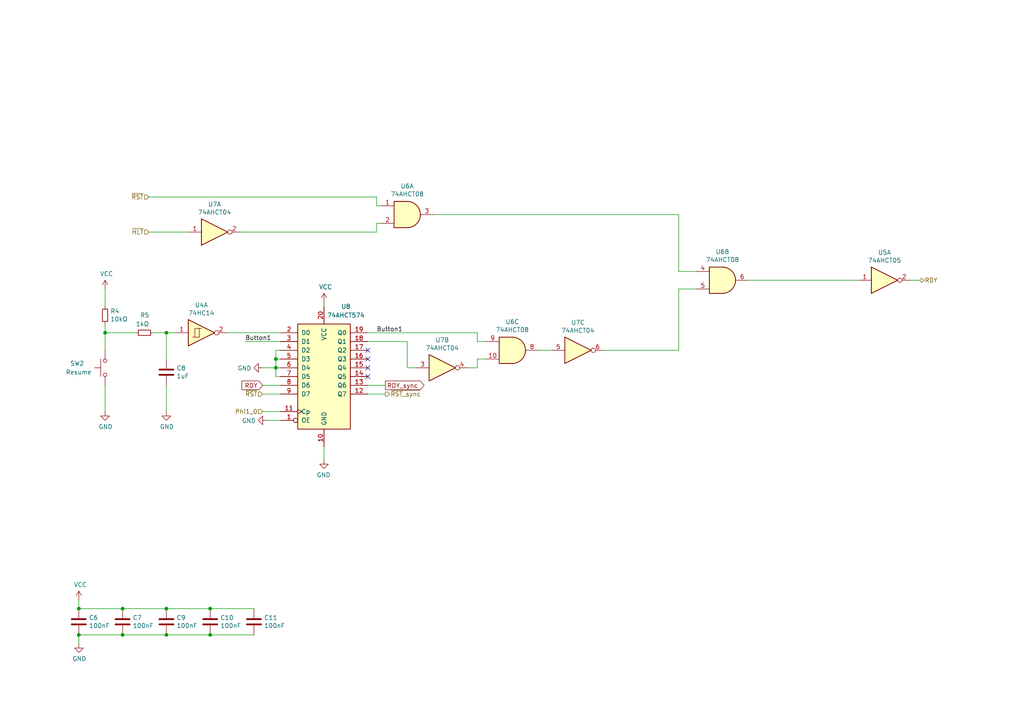
<source format=kicad_sch>
(kicad_sch (version 20211123) (generator eeschema)
  (paper "A4")
  (title_block (date "2021-06-22") (rev "B (cb021f9a)") (comment 3 "Resume execution when the button is pressed, and also on reset.") (comment 4 "Pulls the RDY shared line low when the HLT control signal is active."))
  (lib_symbols
    (symbol "74xx:74HC14" (pin_names (offset 1.016))
      (property "Reference" "U" (at 0 1.27 0))
      (property "Value" "74HC14" (at 0 -1.27 0))
      (symbol "74HC14_1_0"
        (polyline (pts (xy -3.81 3.81) (xy -3.81 -3.81) (xy 3.81 0) (xy -3.81 3.81)) (stroke (width 0.254)) (fill (type background)))
        (pin input line (at -7.62 0 0) (length 3.81) (name "~") (number "1"))
        (pin output inverted (at 7.62 0 180) (length 3.81) (name "~") (number "2"))
      )
      (symbol "74HC14_1_1"
        (polyline (pts (xy -1.905 -1.27) (xy -1.905 1.27) (xy -0.635 1.27)))
        (polyline (pts (xy -2.54 -1.27) (xy -0.635 -1.27) (xy -0.635 1.27) (xy 0 1.27)))
      )
      (symbol "74HC14_2_0"
        (polyline (pts (xy -3.81 3.81) (xy -3.81 -3.81) (xy 3.81 0) (xy -3.81 3.81)) (stroke (width 0.254)) (fill (type background)))
        (pin input line (at -7.62 0 0) (length 3.81) (name "~") (number "3"))
        (pin output inverted (at 7.62 0 180) (length 3.81) (name "~") (number "4"))
      )
      (symbol "74HC14_2_1"
        (polyline (pts (xy -1.905 -1.27) (xy -1.905 1.27) (xy -0.635 1.27)))
        (polyline (pts (xy -2.54 -1.27) (xy -0.635 -1.27) (xy -0.635 1.27) (xy 0 1.27)))
      )
      (symbol "74HC14_3_0"
        (polyline (pts (xy -3.81 3.81) (xy -3.81 -3.81) (xy 3.81 0) (xy -3.81 3.81)) (stroke (width 0.254)) (fill (type background)))
        (pin input line (at -7.62 0 0) (length 3.81) (name "~") (number "5"))
        (pin output inverted (at 7.62 0 180) (length 3.81) (name "~") (number "6"))
      )
      (symbol "74HC14_3_1"
        (polyline (pts (xy -1.905 -1.27) (xy -1.905 1.27) (xy -0.635 1.27)))
        (polyline (pts (xy -2.54 -1.27) (xy -0.635 -1.27) (xy -0.635 1.27) (xy 0 1.27)))
      )
      (symbol "74HC14_4_0"
        (polyline (pts (xy -3.81 3.81) (xy -3.81 -3.81) (xy 3.81 0) (xy -3.81 3.81)) (stroke (width 0.254)) (fill (type background)))
        (pin output inverted (at 7.62 0 180) (length 3.81) (name "~") (number "8"))
        (pin input line (at -7.62 0 0) (length 3.81) (name "~") (number "9"))
      )
      (symbol "74HC14_4_1"
        (polyline (pts (xy -1.905 -1.27) (xy -1.905 1.27) (xy -0.635 1.27)))
        (polyline (pts (xy -2.54 -1.27) (xy -0.635 -1.27) (xy -0.635 1.27) (xy 0 1.27)))
      )
      (symbol "74HC14_5_0"
        (polyline (pts (xy -3.81 3.81) (xy -3.81 -3.81) (xy 3.81 0) (xy -3.81 3.81)) (stroke (width 0.254)) (fill (type background)))
        (pin output inverted (at 7.62 0 180) (length 3.81) (name "~") (number "10"))
        (pin input line (at -7.62 0 0) (length 3.81) (name "~") (number "11"))
      )
      (symbol "74HC14_5_1"
        (polyline (pts (xy -1.905 -1.27) (xy -1.905 1.27) (xy -0.635 1.27)))
        (polyline (pts (xy -2.54 -1.27) (xy -0.635 -1.27) (xy -0.635 1.27) (xy 0 1.27)))
      )
      (symbol "74HC14_6_0"
        (polyline (pts (xy -3.81 3.81) (xy -3.81 -3.81) (xy 3.81 0) (xy -3.81 3.81)) (stroke (width 0.254)) (fill (type background)))
        (pin output inverted (at 7.62 0 180) (length 3.81) (name "~") (number "12"))
        (pin input line (at -7.62 0 0) (length 3.81) (name "~") (number "13"))
      )
      (symbol "74HC14_6_1"
        (polyline (pts (xy -1.905 -1.27) (xy -1.905 1.27) (xy -0.635 1.27)))
        (polyline (pts (xy -2.54 -1.27) (xy -0.635 -1.27) (xy -0.635 1.27) (xy 0 1.27)))
      )
      (symbol "74HC14_7_0"
        (pin power_in line (at 0 12.7 270) (length 5.08) (name "VCC") (number "14"))
        (pin power_in line (at 0 -12.7 90) (length 5.08) (name "GND") (number "7"))
      )
      (symbol "74HC14_7_1"
        (rectangle (start -5.08 7.62) (end 5.08 -7.62) (stroke (width 0.254)) (fill (type background)))
      )
    )
    (symbol "74xx:74LS04"
      (property "Reference" "U" (at 0 1.27 0))
      (property "Value" "74LS04" (at 0 -1.27 0))
      (symbol "74LS04_1_0"
        (polyline (pts (xy -3.81 3.81) (xy -3.81 -3.81) (xy 3.81 0) (xy -3.81 3.81)) (stroke (width 0.254)) (fill (type background)))
        (pin input line (at -7.62 0 0) (length 3.81) (name "~") (number "1"))
        (pin output inverted (at 7.62 0 180) (length 3.81) (name "~") (number "2"))
      )
      (symbol "74LS04_2_0"
        (polyline (pts (xy -3.81 3.81) (xy -3.81 -3.81) (xy 3.81 0) (xy -3.81 3.81)) (stroke (width 0.254)) (fill (type background)))
        (pin input line (at -7.62 0 0) (length 3.81) (name "~") (number "3"))
        (pin output inverted (at 7.62 0 180) (length 3.81) (name "~") (number "4"))
      )
      (symbol "74LS04_3_0"
        (polyline (pts (xy -3.81 3.81) (xy -3.81 -3.81) (xy 3.81 0) (xy -3.81 3.81)) (stroke (width 0.254)) (fill (type background)))
        (pin input line (at -7.62 0 0) (length 3.81) (name "~") (number "5"))
        (pin output inverted (at 7.62 0 180) (length 3.81) (name "~") (number "6"))
      )
      (symbol "74LS04_4_0"
        (polyline (pts (xy -3.81 3.81) (xy -3.81 -3.81) (xy 3.81 0) (xy -3.81 3.81)) (stroke (width 0.254)) (fill (type background)))
        (pin output inverted (at 7.62 0 180) (length 3.81) (name "~") (number "8"))
        (pin input line (at -7.62 0 0) (length 3.81) (name "~") (number "9"))
      )
      (symbol "74LS04_5_0"
        (polyline (pts (xy -3.81 3.81) (xy -3.81 -3.81) (xy 3.81 0) (xy -3.81 3.81)) (stroke (width 0.254)) (fill (type background)))
        (pin output inverted (at 7.62 0 180) (length 3.81) (name "~") (number "10"))
        (pin input line (at -7.62 0 0) (length 3.81) (name "~") (number "11"))
      )
      (symbol "74LS04_6_0"
        (polyline (pts (xy -3.81 3.81) (xy -3.81 -3.81) (xy 3.81 0) (xy -3.81 3.81)) (stroke (width 0.254)) (fill (type background)))
        (pin output inverted (at 7.62 0 180) (length 3.81) (name "~") (number "12"))
        (pin input line (at -7.62 0 0) (length 3.81) (name "~") (number "13"))
      )
      (symbol "74LS04_7_0"
        (pin power_in line (at 0 12.7 270) (length 5.08) (name "VCC") (number "14"))
        (pin power_in line (at 0 -12.7 90) (length 5.08) (name "GND") (number "7"))
      )
      (symbol "74LS04_7_1"
        (rectangle (start -5.08 7.62) (end 5.08 -7.62) (stroke (width 0.254)) (fill (type background)))
      )
    )
    (symbol "74xx:74LS05" (pin_names (offset 1.016))
      (property "Reference" "U" (at 0 1.27 0))
      (property "Value" "74LS05" (at 0 -1.27 0))
      (symbol "74LS05_1_0"
        (polyline (pts (xy -3.81 3.81) (xy -3.81 -3.81) (xy 3.81 0) (xy -3.81 3.81)) (stroke (width 0.254)) (fill (type background)))
        (pin input line (at -7.62 0 0) (length 3.81) (name "~") (number "1"))
        (pin open_collector inverted (at 7.62 0 180) (length 3.81) (name "~") (number "2"))
      )
      (symbol "74LS05_2_0"
        (polyline (pts (xy -3.81 3.81) (xy -3.81 -3.81) (xy 3.81 0) (xy -3.81 3.81)) (stroke (width 0.254)) (fill (type background)))
        (pin input line (at -7.62 0 0) (length 3.81) (name "~") (number "3"))
        (pin open_collector inverted (at 7.62 0 180) (length 3.81) (name "~") (number "4"))
      )
      (symbol "74LS05_3_0"
        (polyline (pts (xy -3.81 3.81) (xy -3.81 -3.81) (xy 3.81 0) (xy -3.81 3.81)) (stroke (width 0.254)) (fill (type background)))
        (pin input line (at -7.62 0 0) (length 3.81) (name "~") (number "5"))
        (pin open_collector inverted (at 7.62 0 180) (length 3.81) (name "~") (number "6"))
      )
      (symbol "74LS05_4_0"
        (polyline (pts (xy -3.81 3.81) (xy -3.81 -3.81) (xy 3.81 0) (xy -3.81 3.81)) (stroke (width 0.254)) (fill (type background)))
        (pin open_collector inverted (at 7.62 0 180) (length 3.81) (name "~") (number "8"))
        (pin input line (at -7.62 0 0) (length 3.81) (name "~") (number "9"))
      )
      (symbol "74LS05_5_0"
        (polyline (pts (xy -3.81 3.81) (xy -3.81 -3.81) (xy 3.81 0) (xy -3.81 3.81)) (stroke (width 0.254)) (fill (type background)))
        (pin open_collector inverted (at 7.62 0 180) (length 3.81) (name "~") (number "10"))
        (pin input line (at -7.62 0 0) (length 3.81) (name "~") (number "11"))
      )
      (symbol "74LS05_6_0"
        (polyline (pts (xy -3.81 3.81) (xy -3.81 -3.81) (xy 3.81 0) (xy -3.81 3.81)) (stroke (width 0.254)) (fill (type background)))
        (pin open_collector inverted (at 7.62 0 180) (length 3.81) (name "~") (number "12"))
        (pin input line (at -7.62 0 0) (length 3.81) (name "~") (number "13"))
      )
      (symbol "74LS05_7_0"
        (pin power_in line (at 0 12.7 270) (length 5.08) (name "VCC") (number "14"))
        (pin power_in line (at 0 -12.7 90) (length 5.08) (name "GND") (number "7"))
      )
      (symbol "74LS05_7_1"
        (rectangle (start -5.08 7.62) (end 5.08 -7.62) (stroke (width 0.254)) (fill (type background)))
      )
    )
    (symbol "74xx:74LS08" (pin_names (offset 1.016))
      (property "Reference" "U" (at 0 1.27 0))
      (property "Value" "74LS08" (at 0 -1.27 0))
      (symbol "74LS08_1_1"
        (arc (start 0 -3.81) (mid 3.81 0) (end 0 3.81) (stroke (width 0.254)) (fill (type background)))
        (polyline (pts (xy 0 3.81) (xy -3.81 3.81) (xy -3.81 -3.81) (xy 0 -3.81)) (stroke (width 0.254)) (fill (type background)))
        (pin input line (at -7.62 2.54 0) (length 3.81) (name "~") (number "1"))
        (pin input line (at -7.62 -2.54 0) (length 3.81) (name "~") (number "2"))
        (pin output line (at 7.62 0 180) (length 3.81) (name "~") (number "3"))
      )
      (symbol "74LS08_1_2"
        (arc (start -3.81 -3.81) (mid -2.589 0) (end -3.81 3.81) (stroke (width 0.254)))
        (arc (start -0.6096 -3.81) (mid 2.1842 -2.5851) (end 3.81 0) (stroke (width 0.254)) (fill (type background)))
        (polyline (pts (xy -3.81 -3.81) (xy -0.635 -3.81)) (stroke (width 0.254)) (fill (type background)))
        (polyline (pts (xy -3.81 3.81) (xy -0.635 3.81)) (stroke (width 0.254)) (fill (type background)))
        (polyline (pts (xy -0.635 3.81) (xy -3.81 3.81) (xy -3.81 3.81) (xy -3.556 3.4036) (xy -3.0226 2.2606) (xy -2.6924 1.0414) (xy -2.6162 -0.254) (xy -2.7686 -1.4986) (xy -3.175 -2.7178) (xy -3.81 -3.81) (xy -3.81 -3.81) (xy -0.635 -3.81)) (stroke (width -25.4)) (fill (type background)))
        (arc (start 3.81 0) (mid 2.1915 2.5936) (end -0.6096 3.81) (stroke (width 0.254)) (fill (type background)))
        (pin input inverted (at -7.62 2.54 0) (length 4.318) (name "~") (number "1"))
        (pin input inverted (at -7.62 -2.54 0) (length 4.318) (name "~") (number "2"))
        (pin output inverted (at 7.62 0 180) (length 3.81) (name "~") (number "3"))
      )
      (symbol "74LS08_2_1"
        (arc (start 0 -3.81) (mid 3.81 0) (end 0 3.81) (stroke (width 0.254)) (fill (type background)))
        (polyline (pts (xy 0 3.81) (xy -3.81 3.81) (xy -3.81 -3.81) (xy 0 -3.81)) (stroke (width 0.254)) (fill (type background)))
        (pin input line (at -7.62 2.54 0) (length 3.81) (name "~") (number "4"))
        (pin input line (at -7.62 -2.54 0) (length 3.81) (name "~") (number "5"))
        (pin output line (at 7.62 0 180) (length 3.81) (name "~") (number "6"))
      )
      (symbol "74LS08_2_2"
        (arc (start -3.81 -3.81) (mid -2.589 0) (end -3.81 3.81) (stroke (width 0.254)))
        (arc (start -0.6096 -3.81) (mid 2.1842 -2.5851) (end 3.81 0) (stroke (width 0.254)) (fill (type background)))
        (polyline (pts (xy -3.81 -3.81) (xy -0.635 -3.81)) (stroke (width 0.254)) (fill (type background)))
        (polyline (pts (xy -3.81 3.81) (xy -0.635 3.81)) (stroke (width 0.254)) (fill (type background)))
        (polyline (pts (xy -0.635 3.81) (xy -3.81 3.81) (xy -3.81 3.81) (xy -3.556 3.4036) (xy -3.0226 2.2606) (xy -2.6924 1.0414) (xy -2.6162 -0.254) (xy -2.7686 -1.4986) (xy -3.175 -2.7178) (xy -3.81 -3.81) (xy -3.81 -3.81) (xy -0.635 -3.81)) (stroke (width -25.4)) (fill (type background)))
        (arc (start 3.81 0) (mid 2.1915 2.5936) (end -0.6096 3.81) (stroke (width 0.254)) (fill (type background)))
        (pin input inverted (at -7.62 2.54 0) (length 4.318) (name "~") (number "4"))
        (pin input inverted (at -7.62 -2.54 0) (length 4.318) (name "~") (number "5"))
        (pin output inverted (at 7.62 0 180) (length 3.81) (name "~") (number "6"))
      )
      (symbol "74LS08_3_1"
        (arc (start 0 -3.81) (mid 3.81 0) (end 0 3.81) (stroke (width 0.254)) (fill (type background)))
        (polyline (pts (xy 0 3.81) (xy -3.81 3.81) (xy -3.81 -3.81) (xy 0 -3.81)) (stroke (width 0.254)) (fill (type background)))
        (pin input line (at -7.62 -2.54 0) (length 3.81) (name "~") (number "10"))
        (pin output line (at 7.62 0 180) (length 3.81) (name "~") (number "8"))
        (pin input line (at -7.62 2.54 0) (length 3.81) (name "~") (number "9"))
      )
      (symbol "74LS08_3_2"
        (arc (start -3.81 -3.81) (mid -2.589 0) (end -3.81 3.81) (stroke (width 0.254)))
        (arc (start -0.6096 -3.81) (mid 2.1842 -2.5851) (end 3.81 0) (stroke (width 0.254)) (fill (type background)))
        (polyline (pts (xy -3.81 -3.81) (xy -0.635 -3.81)) (stroke (width 0.254)) (fill (type background)))
        (polyline (pts (xy -3.81 3.81) (xy -0.635 3.81)) (stroke (width 0.254)) (fill (type background)))
        (polyline (pts (xy -0.635 3.81) (xy -3.81 3.81) (xy -3.81 3.81) (xy -3.556 3.4036) (xy -3.0226 2.2606) (xy -2.6924 1.0414) (xy -2.6162 -0.254) (xy -2.7686 -1.4986) (xy -3.175 -2.7178) (xy -3.81 -3.81) (xy -3.81 -3.81) (xy -0.635 -3.81)) (stroke (width -25.4)) (fill (type background)))
        (arc (start 3.81 0) (mid 2.1915 2.5936) (end -0.6096 3.81) (stroke (width 0.254)) (fill (type background)))
        (pin input inverted (at -7.62 -2.54 0) (length 4.318) (name "~") (number "10"))
        (pin output inverted (at 7.62 0 180) (length 3.81) (name "~") (number "8"))
        (pin input inverted (at -7.62 2.54 0) (length 4.318) (name "~") (number "9"))
      )
      (symbol "74LS08_4_1"
        (arc (start 0 -3.81) (mid 3.81 0) (end 0 3.81) (stroke (width 0.254)) (fill (type background)))
        (polyline (pts (xy 0 3.81) (xy -3.81 3.81) (xy -3.81 -3.81) (xy 0 -3.81)) (stroke (width 0.254)) (fill (type background)))
        (pin output line (at 7.62 0 180) (length 3.81) (name "~") (number "11"))
        (pin input line (at -7.62 2.54 0) (length 3.81) (name "~") (number "12"))
        (pin input line (at -7.62 -2.54 0) (length 3.81) (name "~") (number "13"))
      )
      (symbol "74LS08_4_2"
        (arc (start -3.81 -3.81) (mid -2.589 0) (end -3.81 3.81) (stroke (width 0.254)))
        (arc (start -0.6096 -3.81) (mid 2.1842 -2.5851) (end 3.81 0) (stroke (width 0.254)) (fill (type background)))
        (polyline (pts (xy -3.81 -3.81) (xy -0.635 -3.81)) (stroke (width 0.254)) (fill (type background)))
        (polyline (pts (xy -3.81 3.81) (xy -0.635 3.81)) (stroke (width 0.254)) (fill (type background)))
        (polyline (pts (xy -0.635 3.81) (xy -3.81 3.81) (xy -3.81 3.81) (xy -3.556 3.4036) (xy -3.0226 2.2606) (xy -2.6924 1.0414) (xy -2.6162 -0.254) (xy -2.7686 -1.4986) (xy -3.175 -2.7178) (xy -3.81 -3.81) (xy -3.81 -3.81) (xy -0.635 -3.81)) (stroke (width -25.4)) (fill (type background)))
        (arc (start 3.81 0) (mid 2.1915 2.5936) (end -0.6096 3.81) (stroke (width 0.254)) (fill (type background)))
        (pin output inverted (at 7.62 0 180) (length 3.81) (name "~") (number "11"))
        (pin input inverted (at -7.62 2.54 0) (length 4.318) (name "~") (number "12"))
        (pin input inverted (at -7.62 -2.54 0) (length 4.318) (name "~") (number "13"))
      )
      (symbol "74LS08_5_0"
        (pin power_in line (at 0 12.7 270) (length 5.08) (name "VCC") (number "14"))
        (pin power_in line (at 0 -12.7 90) (length 5.08) (name "GND") (number "7"))
      )
      (symbol "74LS08_5_1"
        (rectangle (start -5.08 7.62) (end 5.08 -7.62) (stroke (width 0.254)) (fill (type background)))
      )
    )
    (symbol "74xx:74LS574" (pin_names (offset 1.016))
      (property "Reference" "U" (at -7.62 16.51 0))
      (property "Value" "74LS574" (at -7.62 -16.51 0))
      (symbol "74LS574_1_0"
        (pin input inverted (at -12.7 -12.7 0) (length 5.08) (name "OE") (number "1"))
        (pin power_in line (at 0 -20.32 90) (length 5.08) (name "GND") (number "10"))
        (pin input clock (at -12.7 -10.16 0) (length 5.08) (name "Cp") (number "11"))
        (pin tri_state line (at 12.7 -5.08 180) (length 5.08) (name "Q7") (number "12"))
        (pin tri_state line (at 12.7 -2.54 180) (length 5.08) (name "Q6") (number "13"))
        (pin tri_state line (at 12.7 0 180) (length 5.08) (name "Q5") (number "14"))
        (pin tri_state line (at 12.7 2.54 180) (length 5.08) (name "Q4") (number "15"))
        (pin tri_state line (at 12.7 5.08 180) (length 5.08) (name "Q3") (number "16"))
        (pin tri_state line (at 12.7 7.62 180) (length 5.08) (name "Q2") (number "17"))
        (pin tri_state line (at 12.7 10.16 180) (length 5.08) (name "Q1") (number "18"))
        (pin tri_state line (at 12.7 12.7 180) (length 5.08) (name "Q0") (number "19"))
        (pin input line (at -12.7 12.7 0) (length 5.08) (name "D0") (number "2"))
        (pin power_in line (at 0 20.32 270) (length 5.08) (name "VCC") (number "20"))
        (pin input line (at -12.7 10.16 0) (length 5.08) (name "D1") (number "3"))
        (pin input line (at -12.7 7.62 0) (length 5.08) (name "D2") (number "4"))
        (pin input line (at -12.7 5.08 0) (length 5.08) (name "D3") (number "5"))
        (pin input line (at -12.7 2.54 0) (length 5.08) (name "D4") (number "6"))
        (pin input line (at -12.7 0 0) (length 5.08) (name "D5") (number "7"))
        (pin input line (at -12.7 -2.54 0) (length 5.08) (name "D6") (number "8"))
        (pin input line (at -12.7 -5.08 0) (length 5.08) (name "D7") (number "9"))
      )
      (symbol "74LS574_1_1"
        (rectangle (start -7.62 15.24) (end 7.62 -15.24) (stroke (width 0.254)) (fill (type background)))
      )
    )
    (symbol "Device:C" (pin_numbers hide) (pin_names (offset 0.254))
      (property "Reference" "C" (at 0.635 2.54 0))
      (property "Value" "C" (at 0.635 -2.54 0))
      (symbol "C_0_1"
        (polyline (pts (xy -2.032 -0.762) (xy 2.032 -0.762)) (stroke (width 0.508)))
        (polyline (pts (xy -2.032 0.762) (xy 2.032 0.762)) (stroke (width 0.508)))
      )
      (symbol "C_1_1"
        (pin passive line (at 0 3.81 270) (length 2.794) (name "~") (number "1"))
        (pin passive line (at 0 -3.81 90) (length 2.794) (name "~") (number "2"))
      )
    )
    (symbol "Device:R_Small" (pin_numbers hide) (pin_names (offset 0.254) hide)
      (property "Reference" "R" (at 0.762 0.508 0))
      (property "Value" "R_Small" (at 0.762 -1.016 0))
      (symbol "R_Small_0_1"
        (rectangle (start -0.762 1.778) (end 0.762 -1.778) (stroke (width 0.2032)))
      )
      (symbol "R_Small_1_1"
        (pin passive line (at 0 2.54 270) (length 0.762) (name "~") (number "1"))
        (pin passive line (at 0 -2.54 90) (length 0.762) (name "~") (number "2"))
      )
    )
    (symbol "Switch:SW_Push" (pin_numbers hide) (pin_names (offset 1.016) hide)
      (property "Reference" "SW" (at 1.27 2.54 0))
      (property "Value" "SW_Push" (at 0 -1.524 0))
      (symbol "SW_Push_0_1"
        (circle (center -2.032 0) (radius 0.508))
        (polyline (pts (xy 0 1.27) (xy 0 3.048)))
        (polyline (pts (xy 2.54 1.27) (xy -2.54 1.27)))
        (circle (center 2.032 0) (radius 0.508))
        (pin passive line (at -5.08 0 0) (length 2.54) (name "1") (number "1"))
        (pin passive line (at 5.08 0 180) (length 2.54) (name "2") (number "2"))
      )
    )
    (symbol "power:GND" (power) (pin_names (offset 0))
      (property "Value" "GND" (at 0 -3.81 0))
      (symbol "GND_0_1"
        (polyline (pts (xy 0 0) (xy 0 -1.27) (xy 1.27 -1.27) (xy 0 -2.54) (xy -1.27 -1.27) (xy 0 -1.27)))
      )
      (symbol "GND_1_1"
        (pin power_in line (at 0 0 270) (length 0) hide (name "GND") (number "1"))
      )
    )
    (symbol "power:VCC" (power) (pin_names (offset 0))
      (property "Value" "VCC" (at 0 3.81 0))
      (symbol "VCC_0_1"
        (polyline (pts (xy -0.762 1.27) (xy 0 2.54)))
        (polyline (pts (xy 0 0) (xy 0 2.54)))
        (polyline (pts (xy 0 2.54) (xy 0.762 1.27)))
      )
      (symbol "VCC_1_1"
        (pin power_in line (at 0 0 90) (length 0) hide (name "VCC") (number "1"))
      )
    )
  )
  (junction (at 22.86 176.53))
  (junction (at 35.56 184.15))
  (junction (at -104.14 165.1))
  (junction (at 35.56 176.53))
  (junction (at -52.07 162.56))
  (junction (at 22.86 184.15))
  (junction (at -81.28 115.57))
  (junction (at 60.96 184.15))
  (junction (at 48.26 96.52))
  (junction (at -81.28 128.27))
  (junction (at -52.07 167.64))
  (junction (at 48.26 184.15))
  (junction (at -104.14 127))
  (junction (at -104.14 152.4))
  (junction (at -26.67 140.97))
  (junction (at -26.67 168.91))
  (junction (at 30.48 96.52))
  (junction (at -26.67 154.94))
  (junction (at 48.26 176.53))
  (junction (at -104.14 139.7))
  (junction (at -81.28 167.64))
  (junction (at -81.28 140.97))
  (junction (at -81.28 154.94))
  (junction (at 60.96 176.53))
  (junction (at 80.01 106.68))
  (junction (at -104.14 114.3))
  (junction (at 80.01 104.14))
  (no_connect (at -10.16 154.94))
  (no_connect (at -10.16 168.91))
  (no_connect (at -87.63 165.1))
  (no_connect (at -66.04 128.27))
  (no_connect (at -87.63 127))
  (no_connect (at -66.04 140.97))
  (no_connect (at -10.16 140.97))
  (no_connect (at -35.56 165.1))
  (no_connect (at 106.68 106.68))
  (no_connect (at 106.68 109.22))
  (no_connect (at 106.68 104.14))
  (no_connect (at -66.04 154.94))
  (no_connect (at -87.63 139.7))
  (no_connect (at -87.63 152.4))
  (no_connect (at -87.63 114.3))
  (no_connect (at 106.68 101.6))
  (no_connect (at -66.04 115.57))
  (no_connect (at -66.04 167.64))
  (wire (pts (xy 22.86 184.15) (xy 22.86 186.69)))
  (wire (pts (xy 80.01 106.68) (xy 80.01 109.22)))
  (wire (pts (xy -104.14 114.3) (xy -104.14 127)))
  (wire (pts (xy 196.85 62.23) (xy 125.73 62.23)))
  (wire (pts (xy -52.07 162.56) (xy -52.07 167.64)))
  (wire (pts (xy 196.85 101.6) (xy 196.85 83.82)))
  (wire (pts (xy 48.26 176.53) (xy 60.96 176.53)))
  (wire (pts (xy 22.86 176.53) (xy 35.56 176.53)))
  (wire (pts (xy 30.48 83.82) (xy 30.48 88.9)))
  (wire (pts (xy -52.07 167.64) (xy -52.07 172.72)))
  (wire (pts (xy 201.93 78.74) (xy 196.85 78.74)))
  (wire (pts (xy -50.8 162.56) (xy -52.07 162.56)))
  (wire (pts (xy 30.48 111.76) (xy 30.48 119.38)))
  (wire (pts (xy 39.37 96.52) (xy 30.48 96.52)))
  (wire (pts (xy 106.68 111.76) (xy 111.76 111.76)))
  (wire (pts (xy -25.4 154.94) (xy -26.67 154.94)))
  (wire (pts (xy -26.67 168.91) (xy -26.67 173.99)))
  (wire (pts (xy 109.22 64.77) (xy 110.49 64.77)))
  (wire (pts (xy 48.26 184.15) (xy 35.56 184.15)))
  (wire (pts (xy -26.67 128.27) (xy -26.67 140.97)))
  (wire (pts (xy 60.96 184.15) (xy 48.26 184.15)))
  (wire (pts (xy -102.87 139.7) (xy -104.14 139.7)))
  (wire (pts (xy -26.67 140.97) (xy -26.67 154.94)))
  (wire (pts (xy 80.01 101.6) (xy 80.01 104.14)))
  (wire (pts (xy 109.22 59.69) (xy 110.49 59.69)))
  (wire (pts (xy 175.26 101.6) (xy 196.85 101.6)))
  (wire (pts (xy -81.28 128.27) (xy -81.28 140.97)))
  (wire (pts (xy 30.48 96.52) (xy 30.48 101.6)))
  (wire (pts (xy 81.28 104.14) (xy 80.01 104.14)))
  (wire (pts (xy 44.45 96.52) (xy 48.26 96.52)))
  (wire (pts (xy 81.28 119.38) (xy 76.2 119.38)))
  (wire (pts (xy 80.01 104.14) (xy 80.01 106.68)))
  (wire (pts (xy -81.28 140.97) (xy -81.28 154.94)))
  (wire (pts (xy 109.22 57.15) (xy 109.22 59.69)))
  (wire (pts (xy 264.16 81.28) (xy 266.7 81.28)))
  (wire (pts (xy -104.14 199.39) (xy -104.14 203.2)))
  (wire (pts (xy 118.11 99.06) (xy 118.11 106.68)))
  (wire (pts (xy -81.28 115.57) (xy -81.28 128.27)))
  (wire (pts (xy 81.28 96.52) (xy 66.04 96.52)))
  (wire (pts (xy 76.2 114.3) (xy 81.28 114.3)))
  (wire (pts (xy 80.01 106.68) (xy 76.2 106.68)))
  (wire (pts (xy 196.85 78.74) (xy 196.85 62.23)))
  (wire (pts (xy -52.07 152.4) (xy -52.07 162.56)))
  (wire (pts (xy 48.26 96.52) (xy 50.8 96.52)))
  (wire (pts (xy 69.85 67.31) (xy 109.22 67.31)))
  (wire (pts (xy 156.21 101.6) (xy 160.02 101.6)))
  (wire (pts (xy -52.07 198.12) (xy -52.07 201.93)))
  (wire (pts (xy 81.28 99.06) (xy 71.12 99.06)))
  (wire (pts (xy -102.87 114.3) (xy -104.14 114.3)))
  (wire (pts (xy 43.18 67.31) (xy 54.61 67.31)))
  (wire (pts (xy -81.28 167.64) (xy -81.28 172.72)))
  (wire (pts (xy 111.76 114.3) (xy 106.68 114.3)))
  (wire (pts (xy 22.86 173.99) (xy 22.86 176.53)))
  (wire (pts (xy 106.68 96.52) (xy 138.43 96.52)))
  (wire (pts (xy 196.85 83.82) (xy 201.93 83.82)))
  (wire (pts (xy -102.87 152.4) (xy -104.14 152.4)))
  (wire (pts (xy 217.17 81.28) (xy 248.92 81.28)))
  (wire (pts (xy 30.48 93.98) (xy 30.48 96.52)))
  (wire (pts (xy 93.98 87.63) (xy 93.98 88.9)))
  (wire (pts (xy -104.14 152.4) (xy -104.14 165.1)))
  (wire (pts (xy -102.87 165.1) (xy -104.14 165.1)))
  (wire (pts (xy 138.43 106.68) (xy 138.43 104.14)))
  (wire (pts (xy -104.14 104.14) (xy -104.14 114.3)))
  (wire (pts (xy 81.28 109.22) (xy 80.01 109.22)))
  (wire (pts (xy 60.96 176.53) (xy 73.66 176.53)))
  (wire (pts (xy -102.87 127) (xy -104.14 127)))
  (wire (pts (xy 48.26 111.76) (xy 48.26 119.38)))
  (wire (pts (xy 118.11 106.68) (xy 120.65 106.68)))
  (wire (pts (xy -81.28 105.41) (xy -81.28 115.57)))
  (wire (pts (xy -26.67 154.94) (xy -26.67 168.91)))
  (wire (pts (xy 35.56 184.15) (xy 22.86 184.15)))
  (wire (pts (xy 138.43 99.06) (xy 140.97 99.06)))
  (wire (pts (xy 106.68 99.06) (xy 118.11 99.06)))
  (wire (pts (xy -25.4 140.97) (xy -26.67 140.97)))
  (wire (pts (xy -81.28 198.12) (xy -81.28 201.93)))
  (wire (pts (xy -25.4 168.91) (xy -26.67 168.91)))
  (wire (pts (xy 48.26 104.14) (xy 48.26 96.52)))
  (wire (pts (xy 135.89 106.68) (xy 138.43 106.68)))
  (wire (pts (xy 109.22 67.31) (xy 109.22 64.77)))
  (wire (pts (xy 138.43 96.52) (xy 138.43 99.06)))
  (wire (pts (xy -26.67 199.39) (xy -26.67 203.2)))
  (wire (pts (xy -50.8 167.64) (xy -52.07 167.64)))
  (wire (pts (xy 81.28 121.92) (xy 77.47 121.92)))
  (wire (pts (xy -81.28 154.94) (xy -81.28 167.64)))
  (wire (pts (xy 81.28 111.76) (xy 76.2 111.76)))
  (wire (pts (xy 93.98 129.54) (xy 93.98 133.35)))
  (wire (pts (xy -104.14 139.7) (xy -104.14 152.4)))
  (wire (pts (xy 81.28 101.6) (xy 80.01 101.6)))
  (wire (pts (xy 43.18 57.15) (xy 109.22 57.15)))
  (wire (pts (xy -104.14 165.1) (xy -104.14 173.99)))
  (wire (pts (xy -104.14 127) (xy -104.14 139.7)))
  (wire (pts (xy 138.43 104.14) (xy 140.97 104.14)))
  (wire (pts (xy 35.56 176.53) (xy 48.26 176.53)))
  (wire (pts (xy 73.66 184.15) (xy 60.96 184.15)))
  (wire (pts (xy 81.28 106.68) (xy 80.01 106.68)))
  (label "Button1" (at 109.22 96.52 0))
  (label "Button1" (at 71.12 99.06 0))
  (global_label "RDY" (shape input) (at 76.2 111.76 180) (property "Intersheet References" "${INTERSHEET_REFS}" (effects hide)))
  (global_label "RDY_sync" (shape output) (at 111.76 111.76 0) (property "Intersheet References" "${INTERSHEET_REFS}" (effects hide)))
  (hierarchical_label "~{RST}" (shape input) (at 43.18 57.15 180))
  (hierarchical_label "~{HLT}" (shape input) (at 43.18 67.31 180))
  (hierarchical_label "Phi1_0" (shape input) (at 76.2 119.38 180))
  (hierarchical_label "~{RST}" (shape input) (at 76.2 114.3 180))
  (hierarchical_label "RDY" (shape bidirectional) (at 266.7 81.28 0))
  (hierarchical_label "~{RST_sync}" (shape output) (at 111.76 114.3 0))
  (symbol (lib_id "power:GND") (at 22.86 186.69 0) (unit 1)
    (property "Reference" "#PWR035" (effects hide))
    (property "Value" "GND" (at 22.987 191.0842 0))
  )
  (symbol (lib_id "power:VCC") (at 22.86 173.99 0) (unit 1)
    (property "Reference" "#PWR034" (effects hide))
    (property "Value" "VCC" (at 23.2918 169.5958 0))
  )
  (symbol (lib_id "Device:C") (at 48.26 180.34 0) (unit 1)
    (property "Reference" "C9" (at 51.181 179.1716 0) (effects (justify left)))
    (property "Value" "100nF" (at 51.181 181.483 0) (effects (justify left)))
    (property "Footprint" "Capacitor_SMD:C_0603_1608Metric_Pad1.08x0.95mm_HandSolder" (effects hide))
    (property "Mouser" "https://www.mouser.com/ProductDetail/963-EMK107B7104KAHT" (effects hide))
  )
  (symbol (lib_id "Device:C") (at 35.56 180.34 0) (unit 1)
    (property "Reference" "C7" (at 38.481 179.1716 0) (effects (justify left)))
    (property "Value" "100nF" (at 38.481 181.483 0) (effects (justify left)))
    (property "Footprint" "Capacitor_SMD:C_0603_1608Metric_Pad1.08x0.95mm_HandSolder" (effects hide))
    (property "Mouser" "https://www.mouser.com/ProductDetail/963-EMK107B7104KAHT" (effects hide))
  )
  (symbol (lib_id "Device:C") (at 22.86 180.34 0) (unit 1)
    (property "Reference" "C6" (at 25.781 179.1716 0) (effects (justify left)))
    (property "Value" "100nF" (at 25.781 181.483 0) (effects (justify left)))
    (property "Footprint" "Capacitor_SMD:C_0603_1608Metric_Pad1.08x0.95mm_HandSolder" (effects hide))
    (property "Mouser" "https://www.mouser.com/ProductDetail/963-EMK107B7104KAHT" (effects hide))
  )
  (symbol (lib_id "power:GND") (at -81.28 201.93 0) (mirror y) (unit 1)
    (property "Reference" "#PWR029" (effects hide))
    (property "Value" "GND" (at -81.407 206.3242 0))
  )
  (symbol (lib_id "74xx:74LS05") (at 256.54 81.28 0) (unit 1)
    (property "Reference" "U5" (at 256.54 73.2282 0))
    (property "Value" "74AHCT05" (at 256.54 75.5396 0))
    (property "Footprint" "Package_SO:TSSOP-14_4.4x5mm_P0.65mm" (effects hide))
    (property "Datasheet" "http://www.ti.com/lit/gpn/sn74LS05" (effects hide))
    (property "Mouser" "https://www.mouser.com/ProductDetail/ON-Semiconductor-Fairchild/MM74HCT05MTC?qs=7qg%2FUSZkK84HVNk73cLWQw%3D%3D" (effects hide))
  )
  (symbol (lib_id "74xx:74LS05") (at -73.66 115.57 0) (unit 2)
    (property "Reference" "U5" (at -73.66 107.5182 0))
    (property "Value" "74AHCT05" (at -73.66 109.8296 0))
    (property "Footprint" "Package_SO:TSSOP-14_4.4x5mm_P0.65mm" (effects hide))
    (property "Datasheet" "http://www.ti.com/lit/gpn/sn74LS05" (effects hide))
    (property "Mouser" "https://www.mouser.com/ProductDetail/ON-Semiconductor-Fairchild/MM74HCT05MTC?qs=7qg%2FUSZkK84HVNk73cLWQw%3D%3D" (effects hide))
  )
  (symbol (lib_id "74xx:74LS05") (at -73.66 128.27 0) (unit 3)
    (property "Reference" "U5" (at -73.66 120.2182 0))
    (property "Value" "74AHCT05" (at -73.66 122.5296 0))
    (property "Footprint" "Package_SO:TSSOP-14_4.4x5mm_P0.65mm" (effects hide))
    (property "Datasheet" "http://www.ti.com/lit/gpn/sn74LS05" (effects hide))
    (property "Mouser" "https://www.mouser.com/ProductDetail/ON-Semiconductor-Fairchild/MM74HCT05MTC?qs=7qg%2FUSZkK84HVNk73cLWQw%3D%3D" (effects hide))
  )
  (symbol (lib_id "74xx:74LS05") (at -73.66 140.97 0) (unit 4)
    (property "Reference" "U5" (at -73.66 132.9182 0))
    (property "Value" "74AHCT05" (at -73.66 135.2296 0))
    (property "Footprint" "Package_SO:TSSOP-14_4.4x5mm_P0.65mm" (effects hide))
    (property "Datasheet" "http://www.ti.com/lit/gpn/sn74LS05" (effects hide))
    (property "Mouser" "https://www.mouser.com/ProductDetail/ON-Semiconductor-Fairchild/MM74HCT05MTC?qs=7qg%2FUSZkK84HVNk73cLWQw%3D%3D" (effects hide))
  )
  (symbol (lib_id "74xx:74LS05") (at -73.66 154.94 0) (unit 5)
    (property "Reference" "U5" (at -73.66 146.8882 0))
    (property "Value" "74AHCT05" (at -73.66 149.1996 0))
    (property "Footprint" "Package_SO:TSSOP-14_4.4x5mm_P0.65mm" (effects hide))
    (property "Datasheet" "http://www.ti.com/lit/gpn/sn74LS05" (effects hide))
    (property "Mouser" "https://www.mouser.com/ProductDetail/ON-Semiconductor-Fairchild/MM74HCT05MTC?qs=7qg%2FUSZkK84HVNk73cLWQw%3D%3D" (effects hide))
  )
  (symbol (lib_id "74xx:74LS05") (at -73.66 167.64 0) (unit 6)
    (property "Reference" "U5" (at -73.66 159.5882 0))
    (property "Value" "74AHCT05" (at -73.66 161.8996 0))
    (property "Footprint" "Package_SO:TSSOP-14_4.4x5mm_P0.65mm" (effects hide))
    (property "Datasheet" "http://www.ti.com/lit/gpn/sn74LS05" (effects hide))
    (property "Mouser" "https://www.mouser.com/ProductDetail/ON-Semiconductor-Fairchild/MM74HCT05MTC?qs=7qg%2FUSZkK84HVNk73cLWQw%3D%3D" (effects hide))
  )
  (symbol (lib_id "74xx:74LS05") (at -81.28 185.42 0) (unit 7)
    (property "Reference" "U5" (at -75.438 184.2516 0) (effects (justify left)))
    (property "Value" "74AHCT05" (at -75.438 186.563 0) (effects (justify left)))
    (property "Footprint" "Package_SO:TSSOP-14_4.4x5mm_P0.65mm" (effects hide))
    (property "Datasheet" "http://www.ti.com/lit/gpn/sn74LS05" (effects hide))
    (property "Mouser" "https://www.mouser.com/ProductDetail/ON-Semiconductor-Fairchild/MM74HCT05MTC?qs=7qg%2FUSZkK84HVNk73cLWQw%3D%3D" (effects hide))
  )
  (symbol (lib_id "power:VCC") (at -81.28 105.41 0) (unit 1)
    (property "Reference" "#PWR028" (effects hide))
    (property "Value" "VCC" (at -80.8482 101.0158 0))
  )
  (symbol (lib_id "74xx:74LS04") (at 62.23 67.31 0) (unit 1)
    (property "Reference" "U7" (at 62.23 59.2582 0))
    (property "Value" "74AHCT04" (at 62.23 61.5696 0))
    (property "Footprint" "Package_SO:TSSOP-14_4.4x5mm_P0.65mm" (effects hide))
    (property "Datasheet" "http://www.ti.com/lit/gpn/sn74LS04" (effects hide))
    (property "Mouser" "https://www.mouser.com/ProductDetail/771-AHCT04PW112" (effects hide))
  )
  (symbol (lib_id "74xx:74LS04") (at 128.27 106.68 0) (unit 2)
    (property "Reference" "U7" (at 128.27 98.6282 0))
    (property "Value" "74AHCT04" (at 128.27 100.9396 0))
    (property "Footprint" "Package_SO:TSSOP-14_4.4x5mm_P0.65mm" (effects hide))
    (property "Datasheet" "http://www.ti.com/lit/gpn/sn74LS04" (effects hide))
    (property "Mouser" "https://www.mouser.com/ProductDetail/771-AHCT04PW112" (effects hide))
  )
  (symbol (lib_id "74xx:74LS04") (at 167.64 101.6 0) (unit 3)
    (property "Reference" "U7" (at 167.64 93.5482 0))
    (property "Value" "74AHCT04" (at 167.64 95.8596 0))
    (property "Footprint" "Package_SO:TSSOP-14_4.4x5mm_P0.65mm" (effects hide))
    (property "Datasheet" "http://www.ti.com/lit/gpn/sn74LS04" (effects hide))
    (property "Mouser" "https://www.mouser.com/ProductDetail/771-AHCT04PW112" (effects hide))
  )
  (symbol (lib_id "74xx:74LS04") (at -17.78 140.97 0) (unit 4)
    (property "Reference" "U7" (at -17.78 132.9182 0))
    (property "Value" "74AHCT04" (at -17.78 135.2296 0))
    (property "Footprint" "Package_SO:TSSOP-14_4.4x5mm_P0.65mm" (effects hide))
    (property "Datasheet" "http://www.ti.com/lit/gpn/sn74LS04" (effects hide))
    (property "Mouser" "https://www.mouser.com/ProductDetail/771-AHCT04PW112" (effects hide))
  )
  (symbol (lib_id "74xx:74LS04") (at -17.78 154.94 0) (unit 5)
    (property "Reference" "U7" (at -17.78 146.8882 0))
    (property "Value" "74AHCT04" (at -17.78 149.1996 0))
    (property "Footprint" "Package_SO:TSSOP-14_4.4x5mm_P0.65mm" (effects hide))
    (property "Datasheet" "http://www.ti.com/lit/gpn/sn74LS04" (effects hide))
    (property "Mouser" "https://www.mouser.com/ProductDetail/771-AHCT04PW112" (effects hide))
  )
  (symbol (lib_id "74xx:74LS04") (at -17.78 168.91 0) (unit 6)
    (property "Reference" "U7" (at -17.78 160.8582 0))
    (property "Value" "74AHCT04" (at -17.78 163.1696 0))
    (property "Footprint" "Package_SO:TSSOP-14_4.4x5mm_P0.65mm" (effects hide))
    (property "Datasheet" "http://www.ti.com/lit/gpn/sn74LS04" (effects hide))
    (property "Mouser" "https://www.mouser.com/ProductDetail/771-AHCT04PW112" (effects hide))
  )
  (symbol (lib_id "74xx:74LS574") (at 93.98 109.22 0) (unit 1)
    (property "Reference" "U8" (at 100.33 88.9 0))
    (property "Value" "74AHCT574" (at 100.33 91.44 0))
    (property "Footprint" "Package_SO:TSSOP-20_4.4x6.5mm_P0.65mm" (effects hide))
    (property "Datasheet" "http://www.ti.com/lit/gpn/sn74LS574" (effects hide))
    (property "Mouser" "https://www.mouser.com/ProductDetail/771-AHCT5PW112" (effects hide))
  )
  (symbol (lib_id "74xx:74LS04") (at -26.67 186.69 0) (unit 7)
    (property "Reference" "U7" (at -15.24 184.15 0))
    (property "Value" "74AHCT04" (at -15.24 186.69 0))
    (property "Footprint" "Package_SO:TSSOP-14_4.4x5mm_P0.65mm" (effects hide))
    (property "Datasheet" "http://www.ti.com/lit/gpn/sn74LS04" (effects hide))
    (property "Mouser" "https://www.mouser.com/ProductDetail/771-AHCT04PW112" (effects hide))
  )
  (symbol (lib_id "power:GND") (at -26.67 203.2 0) (mirror y) (unit 1)
    (property "Reference" "#PWR033" (effects hide))
    (property "Value" "GND" (at -26.797 207.5942 0))
  )
  (symbol (lib_id "power:VCC") (at -26.67 128.27 0) (unit 1)
    (property "Reference" "#PWR032" (effects hide))
    (property "Value" "VCC" (at -26.2382 123.8758 0))
  )
  (symbol (lib_id "power:VCC") (at -52.07 152.4 0) (unit 1)
    (property "Reference" "#PWR030" (effects hide))
    (property "Value" "VCC" (at -51.6382 148.0058 0))
  )
  (symbol (lib_id "power:GND") (at -52.07 201.93 0) (mirror y) (unit 1)
    (property "Reference" "#PWR031" (effects hide))
    (property "Value" "GND" (at -52.197 206.3242 0))
  )
  (symbol (lib_id "Device:C") (at 60.96 180.34 0) (unit 1)
    (property "Reference" "C10" (at 63.881 179.1716 0) (effects (justify left)))
    (property "Value" "100nF" (at 63.881 181.483 0) (effects (justify left)))
    (property "Footprint" "Capacitor_SMD:C_0603_1608Metric_Pad1.08x0.95mm_HandSolder" (effects hide))
    (property "Mouser" "https://www.mouser.com/ProductDetail/963-EMK107B7104KAHT" (effects hide))
  )
  (symbol (lib_id "power:VCC") (at 93.98 87.63 0) (unit 1)
    (property "Reference" "#PWR041" (effects hide))
    (property "Value" "VCC" (at 94.4118 83.2358 0))
  )
  (symbol (lib_id "power:GND") (at 93.98 133.35 0) (mirror y) (unit 1)
    (property "Reference" "#PWR042" (effects hide))
    (property "Value" "GND" (at 93.853 137.7442 0))
  )
  (symbol (lib_id "power:GND") (at 77.47 121.92 270) (unit 1)
    (property "Reference" "#PWR040" (effects hide))
    (property "Value" "GND" (at 74.2188 122.047 90) (effects (justify right)))
  )
  (symbol (lib_id "power:GND") (at 76.2 106.68 270) (unit 1)
    (property "Reference" "#PWR039" (effects hide))
    (property "Value" "GND" (at 72.9488 106.807 90) (effects (justify right)))
  )
  (symbol (lib_id "74xx:74LS08") (at -52.07 185.42 0) (unit 5)
    (property "Reference" "U6" (at -46.228 184.2516 0) (effects (justify left)))
    (property "Value" "74AHCT08" (at -46.228 186.563 0) (effects (justify left)))
    (property "Footprint" "Package_SO:TSSOP-14_4.4x5mm_P0.65mm" (effects hide))
    (property "Datasheet" "http://www.ti.com/lit/gpn/sn74LS08" (effects hide))
    (property "Mouser" "https://www.mouser.com/ProductDetail/595-SN74AHCT08PW" (effects hide))
  )
  (symbol (lib_id "74xx:74LS08") (at 118.11 62.23 0) (unit 1)
    (property "Reference" "U6" (at 118.11 53.975 0))
    (property "Value" "74AHCT08" (at 118.11 56.2864 0))
    (property "Footprint" "Package_SO:TSSOP-14_4.4x5mm_P0.65mm" (effects hide))
    (property "Datasheet" "http://www.ti.com/lit/gpn/sn74LS08" (effects hide))
    (property "Mouser" "https://www.mouser.com/ProductDetail/595-SN74AHCT08PW" (effects hide))
  )
  (symbol (lib_id "74xx:74LS08") (at 209.55 81.28 0) (unit 2)
    (property "Reference" "U6" (at 209.55 73.025 0))
    (property "Value" "74AHCT08" (at 209.55 75.3364 0))
    (property "Footprint" "Package_SO:TSSOP-14_4.4x5mm_P0.65mm" (effects hide))
    (property "Datasheet" "http://www.ti.com/lit/gpn/sn74LS08" (effects hide))
    (property "Mouser" "https://www.mouser.com/ProductDetail/595-SN74AHCT08PW" (effects hide))
  )
  (symbol (lib_id "74xx:74LS08") (at 148.59 101.6 0) (unit 3)
    (property "Reference" "U6" (at 148.59 93.345 0))
    (property "Value" "74AHCT08" (at 148.59 95.6564 0))
    (property "Footprint" "Package_SO:TSSOP-14_4.4x5mm_P0.65mm" (effects hide))
    (property "Datasheet" "http://www.ti.com/lit/gpn/sn74LS08" (effects hide))
    (property "Mouser" "https://www.mouser.com/ProductDetail/595-SN74AHCT08PW" (effects hide))
  )
  (symbol (lib_id "74xx:74LS08") (at -43.18 165.1 0) (unit 4)
    (property "Reference" "U6" (at -43.18 156.845 0))
    (property "Value" "74AHCT08" (at -43.18 159.1564 0))
    (property "Footprint" "Package_SO:TSSOP-14_4.4x5mm_P0.65mm" (effects hide))
    (property "Datasheet" "http://www.ti.com/lit/gpn/sn74LS08" (effects hide))
    (property "Mouser" "https://www.mouser.com/ProductDetail/595-SN74AHCT08PW" (effects hide))
  )
  (symbol (lib_id "Device:C") (at 48.26 107.95 0) (unit 1)
    (property "Reference" "C8" (at 51.181 106.7816 0) (effects (justify left)))
    (property "Value" "1uF" (at 51.181 109.093 0) (effects (justify left)))
    (property "Footprint" "Capacitor_SMD:C_0603_1608Metric_Pad1.08x0.95mm_HandSolder" (effects hide))
    (property "Mouser" "https://www.mouser.com/ProductDetail/Samsung-Electro-Mechanics/CL10A105KA8NFNC?qs=%252B6g0mu59x7ItvV%2F7DV9Lig%3D%3D" (effects hide))
  )
  (symbol (lib_id "Device:R_Small") (at 30.48 91.44 0) (unit 1)
    (property "Reference" "R4" (at 31.9786 90.2716 0) (effects (justify left)))
    (property "Value" "10kΩ" (at 31.9786 92.583 0) (effects (justify left)))
    (property "Footprint" "Resistor_SMD:R_0603_1608Metric_Pad0.98x0.95mm_HandSolder" (effects hide))
    (property "Mouser" "https://www.mouser.com/ProductDetail/652-CR0603FX-1002ELF" (effects hide))
  )
  (symbol (lib_id "Device:R_Small") (at 41.91 96.52 270) (unit 1)
    (property "Reference" "R5" (at 40.64 91.44 90) (effects (justify left)))
    (property "Value" "1kΩ" (at 39.37 93.98 90) (effects (justify left)))
    (property "Footprint" "Resistor_SMD:R_0603_1608Metric_Pad0.98x0.95mm_HandSolder" (effects hide))
    (property "Mouser" "https://www.mouser.com/ProductDetail/652-CR0603FX-1001ELF" (effects hide))
  )
  (symbol (lib_id "power:GND") (at 30.48 119.38 0) (unit 1)
    (property "Reference" "#PWR037" (effects hide))
    (property "Value" "GND" (at 30.607 123.7742 0))
  )
  (symbol (lib_id "74xx:74HC14") (at 58.42 96.52 0) (unit 1)
    (property "Reference" "U4" (at 58.42 88.4682 0))
    (property "Value" "74HC14" (at 58.42 90.7796 0))
    (property "Footprint" "Package_SO:TSSOP-14_4.4x5mm_P0.65mm" (effects hide))
    (property "Datasheet" "http://www.ti.com/lit/gpn/sn74HC14" (effects hide))
    (property "Mouser" "https://www.mouser.com/ProductDetail/Nexperia/74HC14PW118?qs=P62ublwmbi%2FKty8FZICmNg%3D%3D" (effects hide))
  )
  (symbol (lib_id "74xx:74HC14") (at -95.25 114.3 0) (unit 2)
    (property "Reference" "U4" (at -95.25 106.2482 0))
    (property "Value" "74HC14" (at -95.25 108.5596 0))
    (property "Footprint" "Package_SO:TSSOP-14_4.4x5mm_P0.65mm" (effects hide))
    (property "Datasheet" "http://www.ti.com/lit/gpn/sn74HC14" (effects hide))
    (property "Mouser" "https://www.mouser.com/ProductDetail/Nexperia/74HC14PW118?qs=P62ublwmbi%2FKty8FZICmNg%3D%3D" (effects hide))
  )
  (symbol (lib_id "74xx:74HC14") (at -95.25 127 0) (unit 3)
    (property "Reference" "U4" (at -95.25 118.9482 0))
    (property "Value" "74HC14" (at -95.25 121.2596 0))
    (property "Footprint" "Package_SO:TSSOP-14_4.4x5mm_P0.65mm" (effects hide))
    (property "Datasheet" "http://www.ti.com/lit/gpn/sn74HC14" (effects hide))
    (property "Mouser" "https://www.mouser.com/ProductDetail/Nexperia/74HC14PW118?qs=P62ublwmbi%2FKty8FZICmNg%3D%3D" (effects hide))
  )
  (symbol (lib_id "74xx:74HC14") (at -95.25 139.7 0) (unit 4)
    (property "Reference" "U4" (at -95.25 131.6482 0))
    (property "Value" "74HC14" (at -95.25 133.9596 0))
    (property "Footprint" "Package_SO:TSSOP-14_4.4x5mm_P0.65mm" (effects hide))
    (property "Datasheet" "http://www.ti.com/lit/gpn/sn74HC14" (effects hide))
    (property "Mouser" "https://www.mouser.com/ProductDetail/Nexperia/74HC14PW118?qs=P62ublwmbi%2FKty8FZICmNg%3D%3D" (effects hide))
  )
  (symbol (lib_id "74xx:74HC14") (at -95.25 152.4 0) (unit 5)
    (property "Reference" "U4" (at -95.25 144.3482 0))
    (property "Value" "74HC14" (at -95.25 146.6596 0))
    (property "Footprint" "Package_SO:TSSOP-14_4.4x5mm_P0.65mm" (effects hide))
    (property "Datasheet" "http://www.ti.com/lit/gpn/sn74HC14" (effects hide))
    (property "Mouser" "https://www.mouser.com/ProductDetail/Nexperia/74HC14PW118?qs=P62ublwmbi%2FKty8FZICmNg%3D%3D" (effects hide))
  )
  (symbol (lib_id "74xx:74HC14") (at -95.25 165.1 0) (unit 6)
    (property "Reference" "U4" (at -95.25 157.0482 0))
    (property "Value" "74HC14" (at -95.25 159.3596 0))
    (property "Footprint" "Package_SO:TSSOP-14_4.4x5mm_P0.65mm" (effects hide))
    (property "Datasheet" "http://www.ti.com/lit/gpn/sn74HC14" (effects hide))
    (property "Mouser" "https://www.mouser.com/ProductDetail/Nexperia/74HC14PW118?qs=P62ublwmbi%2FKty8FZICmNg%3D%3D" (effects hide))
  )
  (symbol (lib_id "74xx:74HC14") (at -104.14 186.69 0) (unit 7)
    (property "Reference" "U4" (at -98.298 185.5216 0) (effects (justify left)))
    (property "Value" "74HC14" (at -98.298 187.833 0) (effects (justify left)))
    (property "Footprint" "Package_SO:TSSOP-14_4.4x5mm_P0.65mm" (effects hide))
    (property "Datasheet" "http://www.ti.com/lit/gpn/sn74HC14" (effects hide))
    (property "Mouser" "https://www.mouser.com/ProductDetail/Nexperia/74HC14PW118?qs=P62ublwmbi%2FKty8FZICmNg%3D%3D" (effects hide))
  )
  (symbol (lib_id "power:GND") (at -104.14 203.2 0) (mirror y) (unit 1)
    (property "Reference" "#PWR027" (effects hide))
    (property "Value" "GND" (at -104.267 207.5942 0))
  )
  (symbol (lib_id "power:VCC") (at -104.14 104.14 0) (unit 1)
    (property "Reference" "#PWR026" (effects hide))
    (property "Value" "VCC" (at -103.7082 99.7458 0))
  )
  (symbol (lib_id "power:VCC") (at 30.48 83.82 0) (unit 1)
    (property "Reference" "#PWR036" (effects hide))
    (property "Value" "VCC" (at 30.9118 79.4258 0))
  )
  (symbol (lib_id "Device:C") (at 73.66 180.34 0) (unit 1)
    (property "Reference" "C11" (at 76.581 179.1716 0) (effects (justify left)))
    (property "Value" "100nF" (at 76.581 181.483 0) (effects (justify left)))
    (property "Footprint" "Capacitor_SMD:C_0603_1608Metric_Pad1.08x0.95mm_HandSolder" (effects hide))
    (property "Mouser" "https://www.mouser.com/ProductDetail/963-EMK107B7104KAHT" (effects hide))
  )
  (symbol (lib_id "power:GND") (at 48.26 119.38 0) (unit 1)
    (property "Reference" "#PWR038" (effects hide))
    (property "Value" "GND" (at 48.387 123.7742 0))
  )
  (symbol (lib_id "Switch:SW_Push") (at 30.48 106.68 90) (unit 1)
    (property "Reference" "SW2" (at 20.32 105.41 90) (effects (justify right)))
    (property "Value" "Resume" (at 19.05 107.95 90) (effects (justify right)))
    (property "Footprint" "Button_Switch_THT:SW_PUSH_6mm_H5mm" (effects hide))
  )
)
</source>
